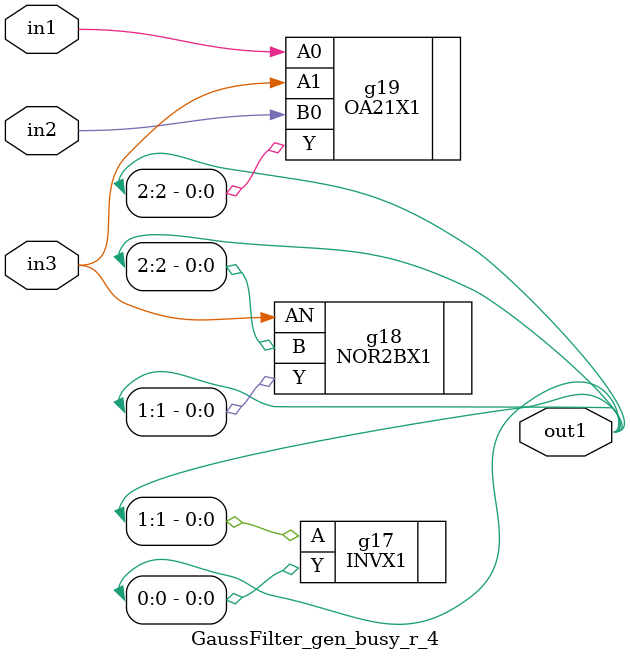
<source format=v>
`timescale 1ps / 1ps


module GaussFilter_gen_busy_r_4(in1, in2, in3, out1);
  input in1, in2, in3;
  output [2:0] out1;
  wire in1, in2, in3;
  wire [2:0] out1;
  INVX1 g17(.A (out1[1]), .Y (out1[0]));
  NOR2BX1 g18(.AN (in3), .B (out1[2]), .Y (out1[1]));
  OA21X1 g19(.A0 (in1), .A1 (in3), .B0 (in2), .Y (out1[2]));
endmodule



</source>
